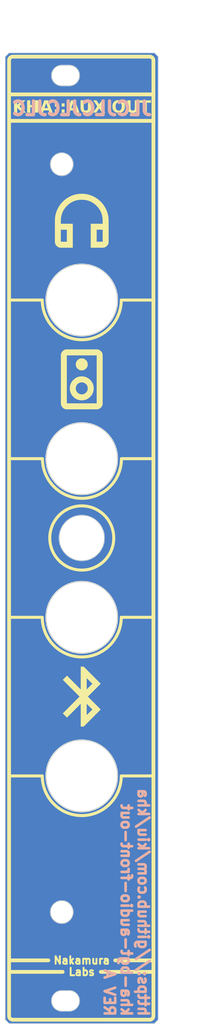
<source format=kicad_pcb>
(kicad_pcb (version 20221018) (generator pcbnew)
  (layers (0 "F.Cu" signal) (31 "B.Cu" signal) (34 "B.Paste" user) (35 "F.Paste" user) (36 "B.SilkS" user "B.Silkscreen") (37 "F.SilkS" user "F.Silkscreen") (38 "B.Mask" user) (39 "F.Mask" user) (44 "Edge.Cuts" user))
  (net 0 "")
  (gr_arc (start 75.272944 77.5) (mid 70.022944 82.75) (end 64.772944 77.5) (stroke (width 0.4)) (layer "F.SilkS"))
  (gr_arc (start 75.25 98.5) (mid 70 103.75) (end 64.75 98.5) (stroke (width 0.4)) (layer "F.SilkS"))
  (gr_line (start 79.525 143.917) (end 74.445 143.917) (stroke (width 0.5)) (layer "F.SilkS"))
  (gr_line (start 60.34 151.275) (end 60.34 24.775) (stroke (width 0.5)) (layer "F.SilkS"))
  (gr_arc (start 60.84 151.775) (mid 60.486447 151.628553) (end 60.34 151.275) (stroke (width 0.5)) (layer "F.SilkS"))
  (gr_line (start 67.46 145.441) (end 60.348 145.441) (stroke (width 0.5)) (layer "F.SilkS"))
  (gr_poly (pts (xy 72.520157 107.293437) (xy 70.813594 109) (xy 72.520157 110.706563) (xy 70.257969 112.96875) (xy 69.861094 112.96875) (xy 69.861094 109.9525) (xy 70.654844 109.9525) (xy 70.654844 111.440781) (xy 71.408906 110.706563) (xy 70.654844 109.9525) (xy 69.861094 109.9525) (xy 68.035469 111.778124) (xy 67.479844 111.222499) (xy 69.702344 109) (xy 67.479844 106.7775) (xy 68.035469 106.221875) (xy 69.861094 108.0475) (xy 69.861094 106.559219) (xy 70.654844 106.559219) (xy 70.654844 108.0475) (xy 71.408906 107.293437) (xy 70.654844 106.559219) (xy 69.861094 106.559219) (xy 69.861094 105.03125) (xy 70.257969 105.03125)) (fill solid) (layer "F.SilkS"))
  (gr_line (start 65.555 143.917) (end 60.348 143.917) (stroke (width 0.5)) (layer "F.SilkS"))
  (gr_poly (pts (xy 70.09265 42.429231) (xy 70.184563 42.432544) (xy 70.27574 42.438067) (xy 70.36618 42.445799) (xy 70.455884 42.455741) (xy 70.544851 42.467891) (xy 70.633082 42.482251) (xy 70.720577 42.498819) (xy 70.807335 42.517597) (xy 70.893357 42.538584) (xy 70.978642 42.561781) (xy 71.063192 42.587186) (xy 71.147004 42.614801) (xy 71.230081 42.644624) (xy 71.31242 42.676657) (xy 71.394024 42.710899) (xy 71.474601 42.747021) (xy 71.553859 42.784693) (xy 71.6318 42.823916) (xy 71.708424 42.864688) (xy 71.783729 42.907012) (xy 71.857717 42.950885) (xy 71.930387 42.996308) (xy 72.001739 43.043282) (xy 72.071774 43.091806) (xy 72.14049 43.141881) (xy 72.207889 43.193506) (xy 72.273971 43.246681) (xy 72.338734 43.301406) (xy 72.40218 43.357682) (xy 72.464308 43.415508) (xy 72.525118 43.474884) (xy 72.584494 43.535694) (xy 72.64232 43.597822) (xy 72.698596 43.661268) (xy 72.753321 43.726031) (xy 72.806496 43.792112) (xy 72.858121 43.859511) (xy 72.908195 43.928228) (xy 72.95672 43.998262) (xy 73.003693 44.069615) (xy 73.049117 44.142285) (xy 73.09299 44.216272) (xy 73.135313 44.291578) (xy 73.176086 44.368201) (xy 73.215308 44.446142) (xy 73.25298 44.525401) (xy 73.289102 44.605978) (xy 73.323344 44.687581) (xy 73.355377 44.769921) (xy 73.385201 44.852997) (xy 73.412815 44.93681) (xy 73.438221 45.021359) (xy 73.461417 45.106645) (xy 73.482404 45.192667) (xy 73.501182 45.279425) (xy 73.517751 45.366919) (xy 73.53211 45.45515) (xy 73.544261 45.544118) (xy 73.554202 45.633822) (xy 73.561934 45.724262) (xy 73.567457 45.815439) (xy 73.570771 45.907352) (xy 73.571875 46.000001) (xy 73.571875 48.778125) (xy 73.570965 48.818685) (xy 73.568232 48.858508) (xy 73.563678 48.897595) (xy 73.557303 48.935945) (xy 73.549106 48.973559) (xy 73.539087 49.010437) (xy 73.527246 49.046578) (xy 73.513584 49.081983) (xy 73.498101 49.116651) (xy 73.480796 49.150583) (xy 73.461669 49.183779) (xy 73.440721 49.216238) (xy 73.417951 49.247961) (xy 73.393359 49.278948) (xy 73.366946 49.309198) (xy 73.338711 49.338711) (xy 73.309198 49.366946) (xy 73.278948 49.393359) (xy 73.247961 49.417951) (xy 73.216238 49.440721) (xy 73.183779 49.461669) (xy 73.150583 49.480796) (xy 73.116651 49.498101) (xy 73.081983 49.513584) (xy 73.046578 49.527246) (xy 73.010437 49.539087) (xy 72.973559 49.549106) (xy 72.935945 49.557303) (xy 72.897595 49.563678) (xy 72.858508 49.568232) (xy 72.818685 49.570965) (xy 72.778125 49.571875) (xy 71.190626 49.571875) (xy 71.190626 47.190626) (xy 71.984376 47.190626) (xy 71.984376 48.778125) (xy 72.778125 48.778125) (xy 72.778125 47.190626) (xy 71.984376 47.190626) (xy 71.190626 47.190626) (xy 71.190626 46.396876) (xy 72.778125 46.396876) (xy 72.778125 46.000001) (xy 72.774967 45.856269) (xy 72.76549 45.71529) (xy 72.749697 45.577062) (xy 72.727586 45.441585) (xy 72.699157 45.308861) (xy 72.664411 45.178888) (xy 72.623348 45.051667) (xy 72.575967 44.927198) (xy 72.522269 44.805481) (xy 72.462253 44.686515) (xy 72.39592 44.570301) (xy 72.32327 44.456839) (xy 72.244302 44.346129) (xy 72.159016 44.23817) (xy 72.067413 44.132964) (xy 71.969493 44.030509) (xy 71.867038 43.932588) (xy 71.761831 43.840985) (xy 71.653873 43.7557) (xy 71.543163 43.676732) (xy 71.4297 43.604081) (xy 71.313487 43.537748) (xy 71.194521 43.477732) (xy 71.072804 43.424034) (xy 70.948334 43.376653) (xy 70.821114 43.33559) (xy 70.691141 43.300844) (xy 70.558416 43.272416) (xy 70.42294 43.250304) (xy 70.284712 43.234511) (xy 70.143732 43.225035) (xy 70.000001 43.221876) (xy 69.856269 43.225035) (xy 69.71529 43.234511) (xy 69.577062 43.250304) (xy 69.441585 43.272416) (xy 69.308861 43.300844) (xy 69.178888 43.33559) (xy 69.051667 43.376653) (xy 68.927198 43.424034) (xy 68.805481 43.477732) (xy 68.686515 43.537748) (xy 68.570301 43.604081) (xy 68.456839 43.676732) (xy 68.346129 43.7557) (xy 68.23817 43.840985) (xy 68.132964 43.932588) (xy 68.030509 44.030509) (xy 67.932588 44.132964) (xy 67.840985 44.23817) (xy 67.7557 44.346129) (xy 67.676732 44.456839) (xy 67.604081 44.570301) (xy 67.537748 44.686515) (xy 67.477732 44.805481) (xy 67.424034 44.927198) (xy 67.376653 45.051667) (xy 67.33559 45.178888) (xy 67.300844 45.308861) (xy 67.272415 45.441585) (xy 67.250304 45.577062) (xy 67.234511 45.71529) (xy 67.225035 45.856269) (xy 67.221876 46.000001) (xy 67.221876 46.396876) (xy 68.809376 46.396876) (xy 68.809376 49.571875) (xy 67.221876 49.571875) (xy 67.181316 49.570965) (xy 67.141493 49.568232) (xy 67.102407 49.563678) (xy 67.064056 49.557303) (xy 67.026442 49.549106) (xy 66.989565 49.539087) (xy 66.953423 49.527246) (xy 66.918019 49.513584) (xy 66.88335 49.498101) (xy 66.849418 49.480796) (xy 66.816222 49.461669) (xy 66.783763 49.440721) (xy 66.75204 49.417951) (xy 66.721054 49.393359) (xy 66.690804 49.366946) (xy 66.66129 49.338711) (xy 66.633055 49.309198) (xy 66.606642 49.278948) (xy 66.582051 49.247961) (xy 66.559281 49.216238) (xy 66.538332 49.183779) (xy 66.519206 49.150583) (xy 66.501901 49.116651) (xy 66.486417 49.081983) (xy 66.472755 49.046578) (xy 66.460915 49.010437) (xy 66.450896 48.973559) (xy 66.442699 48.935945) (xy 66.436323 48.897595) (xy 66.431769 48.858508) (xy 66.429037 48.818685) (xy 66.428126 48.778125) (xy 66.428126 47.190626) (xy 67.221876 47.190626) (xy 67.221876 48.778125) (xy 68.015626 48.778125) (xy 68.015626 47.190626) (xy 67.221876 47.190626) (xy 66.428126 47.190626) (xy 66.428126 46.000001) (xy 66.429231 45.907352) (xy 66.432544 45.815439) (xy 66.438067 45.724262) (xy 66.445799 45.633822) (xy 66.455741 45.544118) (xy 66.467891 45.45515) (xy 66.482251 45.366919) (xy 66.498819 45.279425) (xy 66.517597 45.192667) (xy 66.538584 45.106645) (xy 66.561781 45.021359) (xy 66.587186 44.93681) (xy 66.614801 44.852997) (xy 66.644624 44.769921) (xy 66.676657 44.687581) (xy 66.710899 44.605978) (xy 66.747021 44.525401) (xy 66.784693 44.446142) (xy 66.823916 44.368201) (xy 66.864688 44.291578) (xy 66.907011 44.216272) (xy 66.950885 44.142285) (xy 66.996308 44.069615) (xy 67.043282 43.998262) (xy 67.091806 43.928228) (xy 67.141881 43.859511) (xy 67.193506 43.792112) (xy 67.246681 43.726031) (xy 67.301406 43.661268) (xy 67.357682 43.597822) (xy 67.415507 43.535694) (xy 67.474884 43.474884) (xy 67.535694 43.415508) (xy 67.597822 43.357682) (xy 67.661268 43.301406) (xy 67.726031 43.246681) (xy 67.792112 43.193506) (xy 67.859511 43.141881) (xy 67.928228 43.091806) (xy 67.998263 43.043282) (xy 68.069615 42.996308) (xy 68.142285 42.950885) (xy 68.216273 42.907012) (xy 68.291578 42.864688) (xy 68.368201 42.823916) (xy 68.446142 42.784693) (xy 68.525401 42.747021) (xy 68.605978 42.710899) (xy 68.687581 42.676657) (xy 68.769921 42.644624) (xy 68.852997 42.614801) (xy 68.93681 42.587186) (xy 69.021359 42.561781) (xy 69.106645 42.538584) (xy 69.192666 42.517597) (xy 69.279425 42.498819) (xy 69.366919 42.482251) (xy 69.45515 42.467891) (xy 69.544118 42.455741) (xy 69.633822 42.445799) (xy 69.724262 42.438067) (xy 69.815439 42.432544) (xy 69.907352 42.429231) (xy 70.000001 42.428126)) (fill solid) (layer "F.SilkS"))
  (gr_line (start 64.75 56.5) (end 60.5 56.5) (stroke (width 0.4)) (layer "F.SilkS"))
  (gr_line (start 79.025 151.775001) (end 60.84 151.775) (stroke (width 0.5)) (layer "F.SilkS"))
  (gr_circle (center 70 88) (end 74.25 88) (stroke (width 0.4)) (fill none) (layer "F.SilkS"))
  (gr_line (start 60.34 32.775) (end 79.525 32.775) (stroke (width 0.5)) (layer "F.SilkS"))
  (gr_poly (pts (xy 72.024936 63.032161) (xy 72.064759 63.034893) (xy 72.103845 63.039447) (xy 72.142196 63.045823) (xy 72.17981 63.05402) (xy 72.216687 63.064039) (xy 72.252828 63.075879) (xy 72.288233 63.089541) (xy 72.322902 63.105024) (xy 72.356834 63.12233) (xy 72.390029 63.141456) (xy 72.422488 63.162405) (xy 72.454211 63.185175) (xy 72.485198 63.209766) (xy 72.515448 63.236179) (xy 72.544961 63.264414) (xy 72.573196 63.293928) (xy 72.599609 63.324178) (xy 72.624201 63.355164) (xy 72.646971 63.386887) (xy 72.667919 63.419346) (xy 72.687046 63.452542) (xy 72.704351 63.486474) (xy 72.719834 63.521143) (xy 72.733496 63.556547) (xy 72.745337 63.592689) (xy 72.755355 63.629566) (xy 72.763553 63.66718) (xy 72.769928 63.70553) (xy 72.774482 63.744617) (xy 72.777215 63.78444) (xy 72.778125 63.825) (xy 72.778125 70.175) (xy 72.777215 70.215559) (xy 72.774482 70.255382) (xy 72.769928 70.294469) (xy 72.763553 70.332819) (xy 72.755355 70.370433) (xy 72.745337 70.407311) (xy 72.733496 70.443452) (xy 72.719834 70.478857) (xy 72.704351 70.513525) (xy 72.687046 70.547458) (xy 72.667919 70.580653) (xy 72.646971 70.613112) (xy 72.624201 70.644835) (xy 72.599609 70.675822) (xy 72.573196 70.706072) (xy 72.544961 70.735586) (xy 72.515448 70.76382) (xy 72.485198 70.790234) (xy 72.454211 70.814825) (xy 72.422488 70.837595) (xy 72.390029 70.858543) (xy 72.356834 70.87767) (xy 72.322902 70.894975) (xy 72.288233 70.910459) (xy 72.252828 70.924121) (xy 72.216687 70.935961) (xy 72.17981 70.94598) (xy 72.142196 70.954177) (xy 72.103845 70.960553) (xy 72.064759 70.965107) (xy 72.024936 70.967839) (xy 71.984376 70.96875) (xy 68.015626 70.96875) (xy 67.975066 70.967839) (xy 67.935243 70.965107) (xy 67.896156 70.960553) (xy 67.857806 70.954177) (xy 67.820192 70.94598) (xy 67.783314 70.935961) (xy 67.747173 70.924121) (xy 67.711769 70.910459) (xy 67.6771 70.894975) (xy 67.643168 70.87767) (xy 67.609972 70.858543) (xy 67.577513 70.837595) (xy 67.54579 70.814825) (xy 67.514804 70.790234) (xy 67.484554 70.76382) (xy 67.45504 70.735586) (xy 67.426805 70.706072) (xy 67.400392 70.675822) (xy 67.375801 70.644835) (xy 67.353031 70.613112) (xy 67.332082 70.580653) (xy 67.312956 70.547458) (xy 67.29565 70.513525) (xy 67.280167 70.478857) (xy 67.266505 70.443452) (xy 67.254665 70.407311) (xy 67.244646 70.370433) (xy 67.236449 70.332819) (xy 67.230073 70.294469) (xy 67.225519 70.255382) (xy 67.222787 70.215559) (xy 67.221876 70.175) (xy 67.221876 63.825) (xy 68.015626 63.825) (xy 68.015626 70.175) (xy 71.984376 70.175) (xy 71.984376 63.825) (xy 68.015626 63.825) (xy 67.221876 63.825) (xy 67.222787 63.78444) (xy 67.225519 63.744617) (xy 67.230073 63.70553) (xy 67.236449 63.66718) (xy 67.244646 63.629566) (xy 67.254665 63.592689) (xy 67.266505 63.556547) (xy 67.280167 63.521143) (xy 67.29565 63.486474) (xy 67.312956 63.452542) (xy 67.332082 63.419346) (xy 67.353031 63.386887) (xy 67.375801 63.355164) (xy 67.400392 63.324178) (xy 67.426805 63.293928) (xy 67.45504 63.264414) (xy 67.484554 63.236179) (xy 67.514804 63.209766) (xy 67.54579 63.185175) (xy 67.577513 63.162405) (xy 67.609972 63.141456) (xy 67.643168 63.12233) (xy 67.6771 63.105024) (xy 67.711769 63.089541) (xy 67.747173 63.075879) (xy 67.783314 63.064039) (xy 67.820192 63.05402) (xy 67.857806 63.045823) (xy 67.896156 63.039447) (xy 67.935243 63.034893) (xy 67.975066 63.032161) (xy 68.015626 63.03125) (xy 71.984376 63.03125)) (fill solid) (layer "F.SilkS"))
  (gr_line (start 64.75 98.5) (end 60.5 98.5) (stroke (width 0.4)) (layer "F.SilkS"))
  (gr_line (start 79.522944 77.5) (end 75.272944 77.5) (stroke (width 0.4)) (layer "F.SilkS"))
  (gr_arc (start 60.340001 24.774999) (mid 60.486448 24.421447) (end 60.84 24.275) (stroke (width 0.5)) (layer "F.SilkS"))
  (gr_poly (pts (xy 70.04056 64.222786) (xy 70.080384 64.225518) (xy 70.11947 64.230072) (xy 70.157821 64.236448) (xy 70.195435 64.244645) (xy 70.232312 64.254664) (xy 70.268453 64.266504) (xy 70.303858 64.280166) (xy 70.338527 64.295649) (xy 70.372459 64.312955) (xy 70.405654 64.332081) (xy 70.438114 64.35303) (xy 70.469837 64.3758) (xy 70.500823 64.400391) (xy 70.531073 64.426804) (xy 70.560587 64.455039) (xy 70.588822 64.484553) (xy 70.615235 64.514803) (xy 70.639826 64.545789) (xy 70.662596 64.577512) (xy 70.683544 64.609971) (xy 70.702671 64.643167) (xy 70.719976 64.677099) (xy 70.73546 64.711768) (xy 70.749122 64.747172) (xy 70.760962 64.783314) (xy 70.770981 64.820191) (xy 70.779178 64.857805) (xy 70.785553 64.896155) (xy 70.790107 64.935242) (xy 70.79284 64.975065) (xy 70.793751 65.015625) (xy 70.79284 65.056184) (xy 70.790107 65.096008) (xy 70.785553 65.135094) (xy 70.779178 65.173445) (xy 70.770981 65.211059) (xy 70.760962 65.247936) (xy 70.749122 65.284077) (xy 70.73546 65.319482) (xy 70.719976 65.354151) (xy 70.702671 65.388083) (xy 70.683544 65.421278) (xy 70.662596 65.453738) (xy 70.639826 65.48546) (xy 70.615235 65.516447) (xy 70.588822 65.546697) (xy 70.560587 65.576211) (xy 70.531073 65.604446) (xy 70.500823 65.630859) (xy 70.469837 65.65545) (xy 70.438114 65.67822) (xy 70.405654 65.699169) (xy 70.372459 65.718295) (xy 70.338527 65.7356) (xy 70.303858 65.751084) (xy 70.268453 65.764746) (xy 70.232312 65.776586) (xy 70.195435 65.786605) (xy 70.157821 65.794802) (xy 70.11947 65.801178) (xy 70.080384 65.805732) (xy 70.04056 65.808464) (xy 70.000001 65.809375) (xy 69.959441 65.808464) (xy 69.919618 65.805732) (xy 69.880531 65.801178) (xy 69.842181 65.794802) (xy 69.804567 65.786605) (xy 69.767689 65.776586) (xy 69.731548 65.764746) (xy 69.696143 65.751084) (xy 69.661475 65.7356) (xy 69.627543 65.718295) (xy 69.594347 65.699169) (xy 69.561888 65.67822) (xy 69.530165 65.65545) (xy 69.499179 65.630859) (xy 69.468929 65.604446) (xy 69.439415 65.576211) (xy 69.41118 65.546697) (xy 69.384767 65.516447) (xy 69.360176 65.48546) (xy 69.337406 65.453738) (xy 69.316457 65.421278) (xy 69.297331 65.388083) (xy 69.280026 65.354151) (xy 69.264542 65.319482) (xy 69.25088 65.284077) (xy 69.23904 65.247936) (xy 69.229021 65.211059) (xy 69.220824 65.173445) (xy 69.214448 65.135094) (xy 69.209894 65.096008) (xy 69.207162 65.056184) (xy 69.206251 65.015625) (xy 69.207162 64.975065) (xy 69.209894 64.935242) (xy 69.214448 64.896155) (xy 69.220824 64.857805) (xy 69.229021 64.820191) (xy 69.23904 64.783314) (xy 69.25088 64.747172) (xy 69.264542 64.711768) (xy 69.280026 64.677099) (xy 69.297331 64.643167) (xy 69.316457 64.609971) (xy 69.337406 64.577512) (xy 69.360176 64.545789) (xy 69.384767 64.514803) (xy 69.41118 64.484553) (xy 69.439415 64.455039) (xy 69.468929 64.426804) (xy 69.499179 64.400391) (xy 69.530165 64.3758) (xy 69.561888 64.35303) (xy 69.594347 64.332081) (xy 69.627543 64.312955) (xy 69.661475 64.295649) (xy 69.696143 64.280166) (xy 69.731548 64.266504) (xy 69.767689 64.254664) (xy 69.804567 64.244645) (xy 69.842181 64.236448) (xy 69.880531 64.230072) (xy 69.919618 64.225518) (xy 69.959441 64.222786) (xy 70.000001 64.221875)) (fill solid) (layer "F.SilkS"))
  (gr_arc (start 75.25 56.5) (mid 70 61.75) (end 64.75 56.5) (stroke (width 0.4)) (layer "F.SilkS"))
  (gr_line (start 79.525 24.774999) (end 79.525 151.275001) (stroke (width 0.5)) (layer "F.SilkS"))
  (gr_line (start 79.525 145.441) (end 72.54 145.441) (stroke (width 0.5)) (layer "F.SilkS"))
  (gr_line (start 79.5 98.5) (end 75.25 98.5) (stroke (width 0.4)) (layer "F.SilkS"))
  (gr_poly (pts (xy 70.08112 66.604946) (xy 70.160766 66.610411) (xy 70.23894 66.619519) (xy 70.315641 66.63227) (xy 70.390868 66.648665) (xy 70.464624 66.668702) (xy 70.536906 66.692383) (xy 70.607716 66.719707) (xy 70.677053 66.750674) (xy 70.744917 66.785284) (xy 70.811308 66.823538) (xy 70.876226 66.865434) (xy 70.939672 66.910974) (xy 71.001645 66.960157) (xy 71.062145 67.012984) (xy 71.121173 67.069453) (xy 71.177642 67.12848) (xy 71.230468 67.188981) (xy 71.279651 67.250954) (xy 71.325191 67.314399) (xy 71.367088 67.379318) (xy 71.405341 67.445709) (xy 71.439951 67.513573) (xy 71.470919 67.58291) (xy 71.498242 67.65372) (xy 71.521923 67.726002) (xy 71.541961 67.799757) (xy 71.558355 67.874985) (xy 71.571106 67.951686) (xy 71.580214 68.029859) (xy 71.585679 68.109506) (xy 71.587501 68.190625) (xy 71.585679 68.271744) (xy 71.580214 68.35139) (xy 71.571106 68.429564) (xy 71.558355 68.506264) (xy 71.541961 68.581492) (xy 71.521923 68.655247) (xy 71.498242 68.72753) (xy 71.470919 68.798339) (xy 71.439951 68.867676) (xy 71.405341 68.93554) (xy 71.367088 69.001932) (xy 71.325191 69.06685) (xy 71.279651 69.130296) (xy 71.230468 69.192269) (xy 71.177642 69.252769) (xy 71.121173 69.311797) (xy 71.062145 69.368266) (xy 71.001645 69.421093) (xy 70.939672 69.470276) (xy 70.876226 69.515815) (xy 70.811308 69.557712) (xy 70.744917 69.595965) (xy 70.677053 69.630576) (xy 70.607716 69.661543) (xy 70.536906 69.688866) (xy 70.464624 69.712547) (xy 70.390868 69.732585) (xy 70.315641 69.748979) (xy 70.23894 69.76173) (xy 70.160766 69.770838) (xy 70.08112 69.776303) (xy 70.000001 69.778124) (xy 69.918882 69.776303) (xy 69.839236 69.770838) (xy 69.761062 69.76173) (xy 69.684361 69.748979) (xy 69.609133 69.732585) (xy 69.535378 69.712547) (xy 69.463096 69.688866) (xy 69.392286 69.661543) (xy 69.322949 69.630576) (xy 69.255085 69.595965) (xy 69.188694 69.557712) (xy 69.123775 69.515815) (xy 69.06033 69.470276) (xy 68.998357 69.421093) (xy 68.937856 69.368266) (xy 68.878829 69.311797) (xy 68.82236 69.252769) (xy 68.769533 69.192269) (xy 68.72035 69.130296) (xy 68.67481 69.06685) (xy 68.632914 69.001932) (xy 68.59466 68.93554) (xy 68.56005 68.867676) (xy 68.529083 68.798339) (xy 68.501759 68.72753) (xy 68.478078 68.655247) (xy 68.458041 68.581492) (xy 68.441646 68.506264) (xy 68.428895 68.429564) (xy 68.419787 68.35139) (xy 68.414322 68.271744) (xy 68.412501 68.190625) (xy 69.206251 68.190625) (xy 69.207162 68.231184) (xy 69.209894 68.271007) (xy 69.214448 68.310094) (xy 69.220824 68.348445) (xy 69.229021 68.386059) (xy 69.23904 68.422936) (xy 69.25088 68.459078) (xy 69.264542 68.494482) (xy 69.280026 68.529151) (xy 69.297331 68.563083) (xy 69.316457 68.596279) (xy 69.337406 68.628738) (xy 69.360176 68.660461) (xy 69.384767 68.691447) (xy 69.41118 68.721697) (xy 69.439415 68.751211) (xy 69.468929 68.779446) (xy 69.499179 68.805859) (xy 69.530165 68.83045) (xy 69.561888 68.85322) (xy 69.594347 68.874168) (xy 69.627543 68.893295) (xy 69.661475 68.9106) (xy 69.696143 68.926084) (xy 69.731548 68.939746) (xy 69.767689 68.951586) (xy 69.804567 68.961605) (xy 69.842181 68.969802) (xy 69.880531 68.976178) (xy 69.919618 68.980732) (xy 69.959441 68.983464) (xy 70.000001 68.984375) (xy 70.04056 68.983464) (xy 70.080384 68.980732) (xy 70.11947 68.976178) (xy 70.157821 68.969802) (xy 70.195435 68.961605) (xy 70.232312 68.951586) (xy 70.268453 68.939746) (xy 70.303858 68.926084) (xy 70.338527 68.9106) (xy 70.372459 68.893295) (xy 70.405654 68.874168) (xy 70.438114 68.85322) (xy 70.469837 68.83045) (xy 70.500823 68.805859) (xy 70.531073 68.779446) (xy 70.560587 68.751211) (xy 70.588822 68.721697) (xy 70.615235 68.691447) (xy 70.639826 68.660461) (xy 70.662596 68.628738) (xy 70.683544 68.596279) (xy 70.702671 68.563083) (xy 70.719976 68.529151) (xy 70.73546 68.494482) (xy 70.749122 68.459078) (xy 70.760962 68.422936) (xy 70.770981 68.386059) (xy 70.779178 68.348445) (xy 70.785553 68.310094) (xy 70.790107 68.271007) (xy 70.79284 68.231184) (xy 70.793751 68.190625) (xy 70.79284 68.150065) (xy 70.790107 68.110242) (xy 70.785553 68.071155) (xy 70.779178 68.032805) (xy 70.770981 67.995191) (xy 70.760962 67.958313) (xy 70.749122 67.922172) (xy 70.73546 67.886767) (xy 70.719976 67.852099) (xy 70.702671 67.818167) (xy 70.683544 67.784971) (xy 70.662596 67.752512) (xy 70.639826 67.720789) (xy 70.615235 67.689803) (xy 70.588822 67.659553) (xy 70.560587 67.630039) (xy 70.531073 67.601804) (xy 70.500823 67.575391) (xy 70.469837 67.5508) (xy 70.438114 67.52803) (xy 70.405654 67.507081) (xy 70.372459 67.487955) (xy 70.338527 67.47065) (xy 70.303858 67.455166) (xy 70.268453 67.441504) (xy 70.232312 67.429664) (xy 70.195435 67.419645) (xy 70.157821 67.411448) (xy 70.11947 67.405072) (xy 70.080384 67.400518) (xy 70.04056 67.397786) (xy 70.000001 67.396875) (xy 69.959441 67.397786) (xy 69.919618 67.400518) (xy 69.880531 67.405072) (xy 69.842181 67.411448) (xy 69.804567 67.419645) (xy 69.767689 67.429664) (xy 69.731548 67.441504) (xy 69.696143 67.455166) (xy 69.661475 67.47065) (xy 69.627543 67.487955) (xy 69.594347 67.507081) (xy 69.561888 67.52803) (xy 69.530165 67.5508) (xy 69.499179 67.575391) (xy 69.468929 67.601804) (xy 69.439415 67.630039) (xy 69.41118 67.659553) (xy 69.384767 67.689803) (xy 69.360176 67.720789) (xy 69.337406 67.752512) (xy 69.316457 67.784971) (xy 69.297331 67.818167) (xy 69.280026 67.852099) (xy 69.264542 67.886767) (xy 69.25088 67.922172) (xy 69.23904 67.958313) (xy 69.229021 67.995191) (xy 69.220824 68.032805) (xy 69.214448 68.071155) (xy 69.209894 68.110242) (xy 69.207162 68.150065) (xy 69.206251 68.190625) (xy 68.412501 68.190625) (xy 68.414322 68.109506) (xy 68.419787 68.029859) (xy 68.428895 67.951686) (xy 68.441646 67.874985) (xy 68.458041 67.799757) (xy 68.478078 67.726002) (xy 68.501759 67.65372) (xy 68.529083 67.58291) (xy 68.56005 67.513573) (xy 68.59466 67.445709) (xy 68.632914 67.379318) (xy 68.67481 67.314399) (xy 68.72035 67.250954) (xy 68.769533 67.188981) (xy 68.82236 67.12848) (xy 68.878829 67.069453) (xy 68.937856 67.012984) (xy 68.998357 66.960157) (xy 69.06033 66.910974) (xy 69.123775 66.865434) (xy 69.188694 66.823538) (xy 69.255085 66.785284) (xy 69.322949 66.750674) (xy 69.392286 66.719707) (xy 69.463096 66.692383) (xy 69.535378 66.668702) (xy 69.609133 66.648665) (xy 69.684361 66.63227) (xy 69.761062 66.619519) (xy 69.839236 66.610411) (xy 69.918882 66.604946) (xy 70.000001 66.603125)) (fill solid) (layer "F.SilkS"))
  (gr_arc (start 79.025 24.274999) (mid 79.378554 24.421446) (end 79.525 24.774999) (stroke (width 0.5)) (layer "F.SilkS"))
  (gr_line (start 64.75 119.5) (end 60.5 119.5) (stroke (width 0.4)) (layer "F.SilkS"))
  (gr_line (start 79.5 119.5) (end 75.25 119.5) (stroke (width 0.4)) (layer "F.SilkS"))
  (gr_arc (start 75.25 119.5) (mid 70 124.75) (end 64.75 119.5) (stroke (width 0.4)) (layer "F.SilkS"))
  (gr_line (start 60.34 29.275) (end 79.525 29.275) (stroke (width 0.5)) (layer "F.SilkS"))
  (gr_arc (start 79.525 151.275001) (mid 79.378553 151.628554) (end 79.025 151.775001) (stroke (width 0.5)) (layer "F.SilkS"))
  (gr_line (start 79.5 56.5) (end 75.25 56.5) (stroke (width 0.4)) (layer "F.SilkS"))
  (gr_line (start 64.772944 77.5) (end 60.522944 77.5) (stroke (width 0.4)) (layer "F.SilkS"))
  (gr_line (start 60.84 24.275) (end 79.025 24.274999) (stroke (width 0.5)) (layer "F.SilkS"))
  (gr_line (start 60.34 23.775) (end 79.66 23.775) (stroke (width 0.05)) (layer "Edge.Cuts"))
  (gr_circle (center 70 98.5) (end 74.75 98.5) (stroke (width 0.15)) (fill none) (layer "Edge.Cuts"))
  (gr_circle (center 70 119.5) (end 74.75 119.5) (stroke (width 0.15)) (fill none) (layer "Edge.Cuts"))
  (gr_line (start 79.66 152.275) (end 60.34 152.275) (stroke (width 0.05)) (layer "Edge.Cuts"))
  (gr_circle (center 70 77.5) (end 74.75 77.5) (stroke (width 0.15)) (fill none) (layer "Edge.Cuts"))
  (gr_line (start 80.16 24.275) (end 80.16 151.775) (stroke (width 0.05)) (layer "Edge.Cuts"))
  (gr_circle (center 67.34 38.525) (end 68.84 38.525) (stroke (width 0.1)) (fill none) (layer "Edge.Cuts"))
  (gr_line (start 79.66 23.775) (end 80.16 24.275) (stroke (width 0.05)) (layer "Edge.Cuts"))
  (gr_circle (center 70 56.5) (end 74.75 56.5) (stroke (width 0.15)) (fill none) (layer "Edge.Cuts"))
  (gr_line (start 67.34 147.925) (end 68.34 147.925) (stroke (width 0.1)) (layer "Edge.Cuts"))
  (gr_arc (start 68.34 147.925) (mid 69.69 149.275) (end 68.34 150.625) (stroke (width 0.1)) (layer "Edge.Cuts"))
  (gr_line (start 59.84 151.775) (end 59.84 24.275) (stroke (width 0.05)) (layer "Edge.Cuts"))
  (gr_arc (start 67.34 150.625) (mid 65.99 149.275) (end 67.34 147.925) (stroke (width 0.1)) (layer "Edge.Cuts"))
  (gr_circle (center 67.34 137.525) (end 68.84 137.525) (stroke (width 0.1)) (fill none) (layer "Edge.Cuts"))
  (gr_line (start 67.34 150.625) (end 68.34 150.625) (stroke (width 0.1)) (layer "Edge.Cuts"))
  (gr_circle (center 70 88) (end 70 91) (stroke (width 0.1)) (fill none) (layer "Edge.Cuts"))
  (gr_line (start 59.84 151.775) (end 60.34 152.275) (stroke (width 0.05)) (layer "Edge.Cuts"))
  (gr_line (start 67.34 25.425) (end 68.34 25.425) (stroke (width 0.1)) (layer "Edge.Cuts"))
  (gr_arc (start 67.34 28.125) (mid 65.99 26.775) (end 67.34 25.425) (stroke (width 0.1)) (layer "Edge.Cuts"))
  (gr_line (start 67.34 28.125) (end 68.34 28.125) (stroke (width 0.1)) (layer "Edge.Cuts"))
  (gr_arc (start 68.34 25.425) (mid 69.69 26.775) (end 68.34 28.125) (stroke (width 0.1)) (layer "Edge.Cuts"))
  (gr_line (start 59.84 24.275) (end 60.34 23.775) (stroke (width 0.05)) (layer "Edge.Cuts"))
  (gr_line (start 79.66 152.275) (end 80.16 151.775) (stroke (width 0.05)) (layer "Edge.Cuts"))
  (gr_text "JLCJLCJLCJLC" (at 70 31.141) (layer "B.SilkS") (effects (font (size 1.8 1.8) (thickness 0.45) bold) (justify mirror)))
  (gr_text "https://github.com/kiu/kha\nkha-bgt-audio-front-out\nREV A" (at 79 151.5 270) (layer "B.SilkS") (effects (font (size 1.4 1.4) (thickness 0.35) bold) (justify left top mirror)))
  (gr_text "Labs" (at 70 145.441) (layer "F.SilkS") (effects (font (size 1 1) (thickness 0.25))))
  (gr_text "Nakamura" (at 70 143.917) (layer "F.SilkS") (effects (font (size 1 1) (thickness 0.25))))
  (gr_text "KHA::AUX OUT" (at 70 31.025) (layer "F.SilkS") (effects (font (size 1.6 1.6) (thickness 0.25) bold)))
  (zone (net 0) (net_name "") (layers "F&B.Cu") (connect_pads (clearance 0.508)) (min_thickness 0.254) (fill yes (thermal_gap 0.508) (thermal_bridge_width 0.508) (island_removal_mode 1) (island_area_min 10))
    (polygon (pts (xy 80.16 152.275) (xy 59.84 152.275) (xy 59.84 23.775) (xy 80.16 23.775)))
  )
)
</source>
